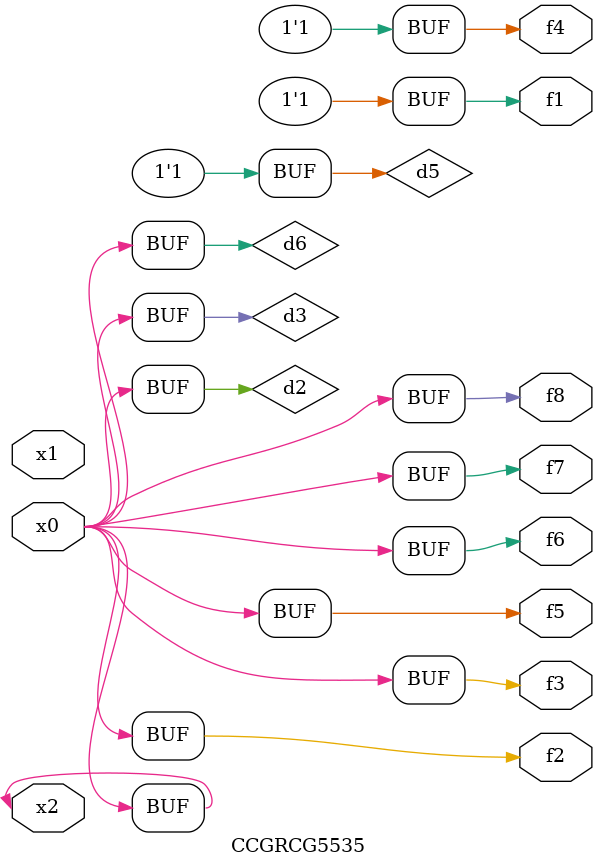
<source format=v>
module CCGRCG5535(
	input x0, x1, x2,
	output f1, f2, f3, f4, f5, f6, f7, f8
);

	wire d1, d2, d3, d4, d5, d6;

	xnor (d1, x2);
	buf (d2, x0, x2);
	and (d3, x0);
	xnor (d4, x1, x2);
	nand (d5, d1, d3);
	buf (d6, d2, d3);
	assign f1 = d5;
	assign f2 = d6;
	assign f3 = d6;
	assign f4 = d5;
	assign f5 = d6;
	assign f6 = d6;
	assign f7 = d6;
	assign f8 = d6;
endmodule

</source>
